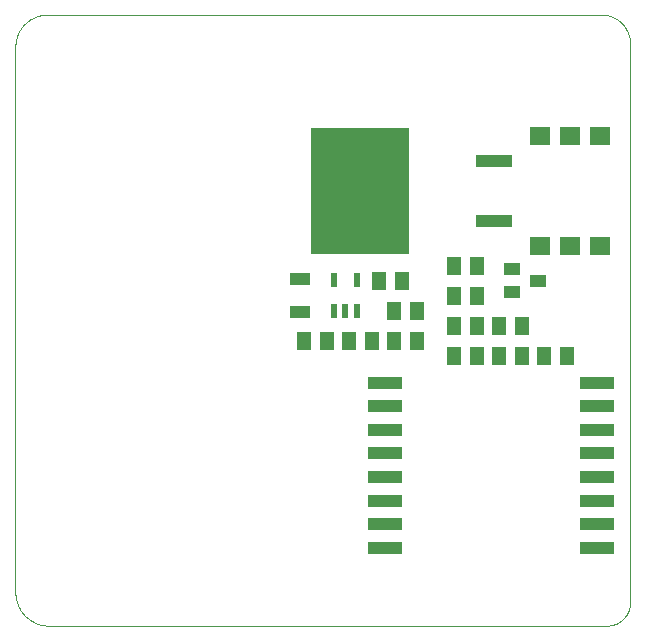
<source format=gtp>
G75*
%MOIN*%
%OFA0B0*%
%FSLAX25Y25*%
%IPPOS*%
%LPD*%
%AMOC8*
5,1,8,0,0,1.08239X$1,22.5*
%
%ADD10C,0.00000*%
%ADD11R,0.07008X0.05984*%
%ADD12R,0.05512X0.03937*%
%ADD13R,0.05118X0.05906*%
%ADD14R,0.32992X0.41969*%
%ADD15R,0.12008X0.04000*%
%ADD16R,0.11811X0.04200*%
%ADD17R,0.02165X0.04724*%
%ADD18R,0.07087X0.03937*%
%ADD19R,0.05118X0.06299*%
D10*
X0012329Y0009583D02*
X0198239Y0009583D01*
X0198428Y0009585D01*
X0198617Y0009592D01*
X0198806Y0009604D01*
X0198995Y0009620D01*
X0199183Y0009640D01*
X0199370Y0009665D01*
X0199557Y0009695D01*
X0199744Y0009729D01*
X0199929Y0009767D01*
X0200113Y0009811D01*
X0200296Y0009858D01*
X0200478Y0009910D01*
X0200659Y0009966D01*
X0200838Y0010027D01*
X0201016Y0010092D01*
X0201192Y0010161D01*
X0201366Y0010235D01*
X0201539Y0010312D01*
X0201710Y0010394D01*
X0201878Y0010480D01*
X0202045Y0010570D01*
X0202209Y0010664D01*
X0202371Y0010762D01*
X0202530Y0010864D01*
X0202688Y0010969D01*
X0202842Y0011079D01*
X0202994Y0011192D01*
X0203143Y0011308D01*
X0203289Y0011429D01*
X0203432Y0011552D01*
X0203572Y0011680D01*
X0203709Y0011810D01*
X0203843Y0011944D01*
X0203973Y0012081D01*
X0204101Y0012221D01*
X0204224Y0012364D01*
X0204345Y0012510D01*
X0204461Y0012659D01*
X0204574Y0012811D01*
X0204684Y0012965D01*
X0204789Y0013123D01*
X0204891Y0013282D01*
X0204989Y0013444D01*
X0205083Y0013608D01*
X0205173Y0013775D01*
X0205259Y0013943D01*
X0205341Y0014114D01*
X0205418Y0014287D01*
X0205492Y0014461D01*
X0205561Y0014637D01*
X0205626Y0014815D01*
X0205687Y0014994D01*
X0205743Y0015175D01*
X0205795Y0015357D01*
X0205842Y0015540D01*
X0205886Y0015724D01*
X0205924Y0015909D01*
X0205958Y0016096D01*
X0205988Y0016283D01*
X0206013Y0016470D01*
X0206033Y0016658D01*
X0206049Y0016847D01*
X0206061Y0017036D01*
X0206068Y0017225D01*
X0206070Y0017414D01*
X0206070Y0203613D01*
X0206067Y0203847D01*
X0206059Y0204080D01*
X0206045Y0204314D01*
X0206025Y0204546D01*
X0205999Y0204779D01*
X0205969Y0205010D01*
X0205932Y0205241D01*
X0205890Y0205471D01*
X0205842Y0205700D01*
X0205789Y0205927D01*
X0205730Y0206154D01*
X0205666Y0206378D01*
X0205597Y0206602D01*
X0205522Y0206823D01*
X0205442Y0207042D01*
X0205356Y0207260D01*
X0205265Y0207475D01*
X0205169Y0207688D01*
X0205068Y0207899D01*
X0204962Y0208107D01*
X0204851Y0208313D01*
X0204735Y0208516D01*
X0204614Y0208716D01*
X0204489Y0208913D01*
X0204358Y0209107D01*
X0204223Y0209297D01*
X0204083Y0209485D01*
X0203939Y0209669D01*
X0203791Y0209849D01*
X0203638Y0210026D01*
X0203481Y0210199D01*
X0203320Y0210368D01*
X0203154Y0210534D01*
X0202985Y0210695D01*
X0202812Y0210852D01*
X0202635Y0211005D01*
X0202455Y0211153D01*
X0202271Y0211297D01*
X0202083Y0211437D01*
X0201893Y0211572D01*
X0201699Y0211703D01*
X0201502Y0211828D01*
X0201302Y0211949D01*
X0201099Y0212065D01*
X0200893Y0212176D01*
X0200685Y0212282D01*
X0200474Y0212383D01*
X0200261Y0212479D01*
X0200046Y0212570D01*
X0199828Y0212656D01*
X0199609Y0212736D01*
X0199388Y0212811D01*
X0199164Y0212880D01*
X0198940Y0212944D01*
X0198713Y0213003D01*
X0198486Y0213056D01*
X0198257Y0213104D01*
X0198027Y0213146D01*
X0197796Y0213183D01*
X0197565Y0213213D01*
X0197332Y0213239D01*
X0197100Y0213259D01*
X0196866Y0213273D01*
X0196633Y0213281D01*
X0196399Y0213284D01*
X0011812Y0213284D01*
X0011554Y0213281D01*
X0011297Y0213272D01*
X0011040Y0213256D01*
X0010783Y0213234D01*
X0010527Y0213206D01*
X0010271Y0213172D01*
X0010017Y0213132D01*
X0009763Y0213085D01*
X0009511Y0213033D01*
X0009260Y0212974D01*
X0009011Y0212909D01*
X0008763Y0212839D01*
X0008517Y0212762D01*
X0008273Y0212680D01*
X0008031Y0212591D01*
X0007791Y0212497D01*
X0007554Y0212397D01*
X0007319Y0212291D01*
X0007086Y0212180D01*
X0006857Y0212063D01*
X0006630Y0211940D01*
X0006406Y0211812D01*
X0006186Y0211679D01*
X0005969Y0211540D01*
X0005755Y0211396D01*
X0005544Y0211248D01*
X0005338Y0211094D01*
X0005135Y0210935D01*
X0004936Y0210771D01*
X0004741Y0210602D01*
X0004550Y0210429D01*
X0004364Y0210251D01*
X0004182Y0210069D01*
X0004004Y0209883D01*
X0003831Y0209692D01*
X0003662Y0209497D01*
X0003498Y0209298D01*
X0003339Y0209095D01*
X0003185Y0208889D01*
X0003037Y0208678D01*
X0002893Y0208464D01*
X0002754Y0208247D01*
X0002621Y0208027D01*
X0002493Y0207803D01*
X0002370Y0207576D01*
X0002253Y0207347D01*
X0002142Y0207114D01*
X0002036Y0206879D01*
X0001936Y0206642D01*
X0001842Y0206402D01*
X0001753Y0206160D01*
X0001671Y0205916D01*
X0001594Y0205670D01*
X0001524Y0205422D01*
X0001459Y0205173D01*
X0001400Y0204922D01*
X0001348Y0204670D01*
X0001301Y0204416D01*
X0001261Y0204162D01*
X0001227Y0203906D01*
X0001199Y0203650D01*
X0001177Y0203393D01*
X0001161Y0203136D01*
X0001152Y0202879D01*
X0001149Y0202621D01*
X0001149Y0020764D01*
X0001152Y0020494D01*
X0001162Y0020224D01*
X0001178Y0019954D01*
X0001201Y0019685D01*
X0001231Y0019416D01*
X0001266Y0019149D01*
X0001309Y0018882D01*
X0001357Y0018616D01*
X0001412Y0018352D01*
X0001474Y0018088D01*
X0001542Y0017827D01*
X0001616Y0017567D01*
X0001696Y0017309D01*
X0001783Y0017053D01*
X0001876Y0016800D01*
X0001974Y0016548D01*
X0002079Y0016299D01*
X0002190Y0016053D01*
X0002307Y0015809D01*
X0002430Y0015568D01*
X0002558Y0015331D01*
X0002692Y0015096D01*
X0002832Y0014865D01*
X0002977Y0014637D01*
X0003128Y0014413D01*
X0003284Y0014193D01*
X0003446Y0013976D01*
X0003612Y0013763D01*
X0003784Y0013555D01*
X0003961Y0013350D01*
X0004142Y0013150D01*
X0004329Y0012955D01*
X0004520Y0012764D01*
X0004715Y0012577D01*
X0004915Y0012396D01*
X0005120Y0012219D01*
X0005328Y0012047D01*
X0005541Y0011881D01*
X0005758Y0011719D01*
X0005978Y0011563D01*
X0006202Y0011412D01*
X0006430Y0011267D01*
X0006661Y0011127D01*
X0006896Y0010993D01*
X0007133Y0010865D01*
X0007374Y0010742D01*
X0007618Y0010625D01*
X0007864Y0010514D01*
X0008113Y0010409D01*
X0008365Y0010311D01*
X0008618Y0010218D01*
X0008874Y0010131D01*
X0009132Y0010051D01*
X0009392Y0009977D01*
X0009653Y0009909D01*
X0009917Y0009847D01*
X0010181Y0009792D01*
X0010447Y0009744D01*
X0010714Y0009701D01*
X0010981Y0009666D01*
X0011250Y0009636D01*
X0011519Y0009613D01*
X0011789Y0009597D01*
X0012059Y0009587D01*
X0012329Y0009584D01*
D11*
X0176149Y0136296D03*
X0186149Y0136296D03*
X0196149Y0136296D03*
X0196149Y0172871D03*
X0186149Y0172871D03*
X0176149Y0172871D03*
D12*
X0166818Y0128323D03*
X0166818Y0120843D03*
X0175479Y0124583D03*
D13*
X0169889Y0109583D03*
X0162409Y0109583D03*
X0154889Y0109583D03*
X0147409Y0109583D03*
X0147409Y0099583D03*
X0154889Y0099583D03*
X0162409Y0099583D03*
X0169889Y0099583D03*
X0177409Y0099583D03*
X0184889Y0099583D03*
X0154889Y0119583D03*
X0147409Y0119583D03*
X0147409Y0129583D03*
X0154889Y0129583D03*
X0134889Y0114583D03*
X0127409Y0114583D03*
X0127409Y0104583D03*
X0134889Y0104583D03*
D14*
X0116149Y0154583D03*
D15*
X0160676Y0144583D03*
X0160676Y0164583D03*
D16*
X0195086Y0090646D03*
X0195086Y0082772D03*
X0195086Y0074898D03*
X0195086Y0067024D03*
X0195086Y0059150D03*
X0195086Y0051276D03*
X0195086Y0043402D03*
X0195086Y0035528D03*
X0124220Y0035528D03*
X0124220Y0043402D03*
X0124220Y0051276D03*
X0124220Y0059150D03*
X0124220Y0067024D03*
X0124220Y0074898D03*
X0124220Y0082772D03*
X0124220Y0090646D03*
D17*
X0114889Y0114465D03*
X0111149Y0114465D03*
X0107409Y0114465D03*
X0107409Y0124702D03*
X0114889Y0124702D03*
D18*
X0096149Y0125095D03*
X0096149Y0114072D03*
D19*
X0097212Y0104583D03*
X0105086Y0104583D03*
X0112212Y0104583D03*
X0120086Y0104583D03*
X0122212Y0124583D03*
X0130086Y0124583D03*
M02*

</source>
